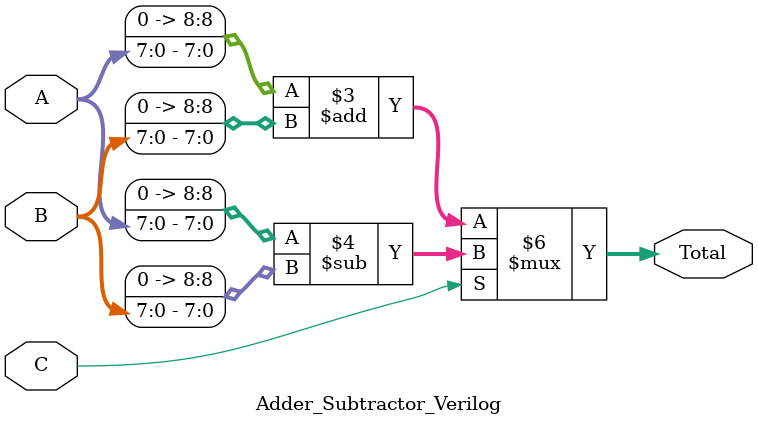
<source format=v>
module Adder_Subtractor_Verilog(
	input 	C,
	input				[7:0]		A,
	input 			[7:0]		B,
	output	reg	[8:0]		Total
);
	
	always @(A, B, C)
	begin
		if(!C)
			Total <= {1'b0, A} + {1'b0, B};
		else
			Total <= {1'b0, A} - {1'b0, B};
	end

endmodule

</source>
